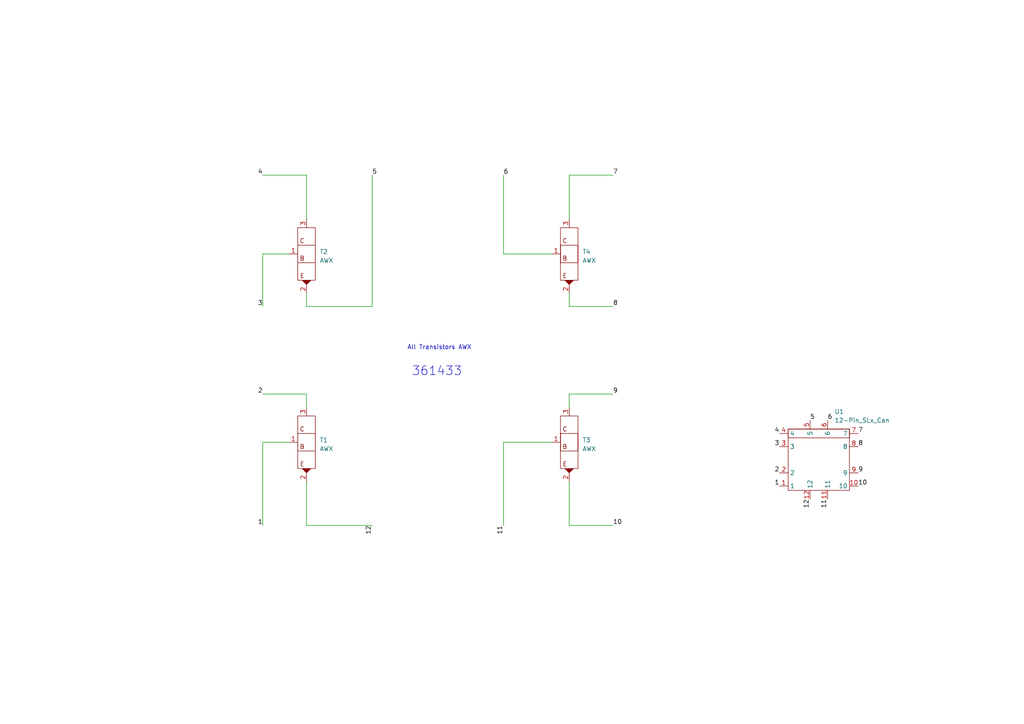
<source format=kicad_sch>
(kicad_sch (version 20211123) (generator eeschema)
  (paper "A4")
  (lib_symbols
    (symbol "IBM_SLT-SLD:12-Pin_SLx_Can"
      (property "Reference" "U" (at 0 -2.54 0))
      (property "Value" "12-Pin_SLx_Can" (at 0 0 0))
      (symbol "12-Pin_SLx_Can_0_1"
        (rectangle (start -8.89 8.89) (end 8.89 -8.89))
        (rectangle (start -8.89 8.89) (end 8.89 6.35))
      )
      (symbol "12-Pin_SLx_Can_1_1"
        (pin passive line (at -11.43 -7.62 0) (length 2.54) (name "1") (number "1"))
        (pin passive line (at 11.43 -7.62 180) (length 2.54) (name "10") (number "10"))
        (pin passive line (at 2.54 -11.43 90) (length 2.54) (name "11") (number "11"))
        (pin passive line (at -2.54 -11.43 90) (length 2.54) (name "12") (number "12"))
        (pin passive line (at -11.43 -3.81 0) (length 2.54) (name "2") (number "2"))
        (pin passive line (at -11.43 3.81 0) (length 2.54) (name "3") (number "3"))
        (pin passive line (at -11.43 7.62 0) (length 2.54) (name "4") (number "4"))
        (pin passive line (at -2.54 11.43 270) (length 2.54) (name "5") (number "5"))
        (pin passive line (at 2.54 11.43 270) (length 2.54) (name "6") (number "6"))
        (pin passive line (at 11.43 7.62 180) (length 2.54) (name "7") (number "7"))
        (pin passive line (at 11.43 3.81 180) (length 2.54) (name "8") (number "8"))
        (pin passive line (at 11.43 -3.81 180) (length 2.54) (name "9") (number "9"))
      )
    )
    (symbol "IBM_SLT-SLD:IBM_Transistor"
      (property "Reference" "T" (at 0 5.08 0))
      (property "Value" "IBM_Transistor" (at 7.62 8.89 0))
      (symbol "IBM_Transistor_0_0"
        (text "B" (at -1.27 -1.27 0) (effects (font (size 1.27 1.27))))
        (text "C" (at -1.27 3.81 0) (effects (font (size 1.27 1.27))))
        (text "E" (at -1.27 -6.35 0) (effects (font (size 1.27 1.27))))
      )
      (symbol "IBM_Transistor_0_1"
        (rectangle (start -2.54 2.54) (end 2.54 -2.54))
        (rectangle (start -2.54 7.62) (end 2.54 -7.62))
        (polyline (pts (xy -1.27 -7.62) (xy 0 -8.89) (xy 1.27 -7.62)) (fill (type outline)))
      )
      (symbol "IBM_Transistor_1_1"
        (pin passive line (at -5.08 0 0) (length 2.54) (name "B") (number "1"))
        (pin passive line (at 0 -11.43 90) (length 2.54) (name "E") (number "2"))
        (pin passive line (at 0 10.16 270) (length 2.54) (name "C") (number "3"))
      )
    )
  )
  (wire (pts (xy 76.2 114.3) (xy 88.9 114.3)))
  (wire (pts (xy 165.1 63.5) (xy 165.1 50.8)))
  (wire (pts (xy 165.1 50.8) (xy 177.8 50.8)))
  (wire (pts (xy 88.9 114.3) (xy 88.9 118.11)))
  (wire (pts (xy 165.1 88.9) (xy 177.8 88.9)))
  (wire (pts (xy 165.1 118.11) (xy 165.1 114.3)))
  (wire (pts (xy 88.9 88.9) (xy 107.95 88.9)))
  (wire (pts (xy 83.82 73.66) (xy 76.2 73.66)))
  (wire (pts (xy 160.02 128.27) (xy 146.05 128.27)))
  (wire (pts (xy 146.05 128.27) (xy 146.05 152.4)))
  (wire (pts (xy 165.1 114.3) (xy 177.8 114.3)))
  (wire (pts (xy 76.2 152.4) (xy 76.2 128.27)))
  (wire (pts (xy 107.95 88.9) (xy 107.95 50.8)))
  (wire (pts (xy 88.9 85.09) (xy 88.9 88.9)))
  (wire (pts (xy 88.9 152.4) (xy 107.95 152.4)))
  (wire (pts (xy 165.1 152.4) (xy 177.8 152.4)))
  (wire (pts (xy 76.2 73.66) (xy 76.2 88.9)))
  (wire (pts (xy 88.9 50.8) (xy 76.2 50.8)))
  (wire (pts (xy 160.02 73.66) (xy 146.05 73.66)))
  (wire (pts (xy 76.2 128.27) (xy 83.82 128.27)))
  (wire (pts (xy 88.9 63.5) (xy 88.9 50.8)))
  (wire (pts (xy 165.1 85.09) (xy 165.1 88.9)))
  (wire (pts (xy 88.9 139.7) (xy 88.9 152.4)))
  (wire (pts (xy 165.1 139.7) (xy 165.1 152.4)))
  (wire (pts (xy 146.05 73.66) (xy 146.05 50.8)))
  (text "361433" (at 119.38 109.22 0) (effects (font (size 2.54 2.54)) (justify left bottom)))
  (text "All Transistors AWX" (at 118.11 101.6 0) (effects (font (size 1.27 1.27)) (justify left bottom)))
  (label "9" (at 248.92 137.16 0))
  (label "12" (at 107.95 152.4 270))
  (label "7" (at 248.92 125.73 0))
  (label "3" (at 76.2 88.9 180))
  (label "4" (at 76.2 50.8 180))
  (label "5" (at 107.95 50.8 0))
  (label "2" (at 76.2 114.3 180))
  (label "5" (at 234.95 121.92 0))
  (label "11" (at 240.03 144.78 270))
  (label "6" (at 146.05 50.8 0))
  (label "1" (at 76.2 152.4 180))
  (label "8" (at 177.8 88.9 0))
  (label "4" (at 226.06 125.73 180))
  (label "10" (at 248.92 140.97 0))
  (label "3" (at 226.06 129.54 180))
  (label "11" (at 146.05 152.4 270))
  (label "8" (at 248.92 129.54 0))
  (label "1" (at 226.06 140.97 180))
  (label "10" (at 177.8 152.4 0))
  (label "12" (at 234.95 144.78 270))
  (label "7" (at 177.8 50.8 0))
  (label "2" (at 226.06 137.16 180))
  (label "6" (at 240.03 121.92 0))
  (label "9" (at 177.8 114.3 0))
  (symbol (lib_id "IBM_SLT-SLD:IBM_Transistor") (at 88.9 128.27 0) (unit 1)
    (property "Reference" "T1" (at 92.71 127.6349 0) (effects (justify left)))
    (property "Value" "AWX" (at 92.71 130.1749 0) (effects (justify left)))
  )
  (symbol (lib_id "IBM_SLT-SLD:IBM_Transistor") (at 165.1 128.27 0) (unit 1)
    (property "Reference" "T3" (at 168.91 127.6349 0) (effects (justify left)))
    (property "Value" "AWX" (at 168.91 130.1749 0) (effects (justify left)))
  )
  (symbol (lib_id "IBM_SLT-SLD:12-Pin_SLx_Can") (at 237.49 133.35 0) (unit 1)
    (property "Reference" "U1" (at 242.0494 119.38 0) (effects (justify left)))
    (property "Value" "12-Pin_SLx_Can" (at 242.0494 121.92 0) (effects (justify left)))
    (property "Footprint" "IBM_SLT-SLD:12-Pin_SLx_Can" (effects hide))
  )
  (symbol (lib_id "IBM_SLT-SLD:IBM_Transistor") (at 88.9 73.66 0) (unit 1)
    (property "Reference" "T2" (at 92.71 73.0249 0) (effects (justify left)))
    (property "Value" "AWX" (at 92.71 75.5649 0) (effects (justify left)))
  )
  (symbol (lib_id "IBM_SLT-SLD:IBM_Transistor") (at 165.1 73.66 0) (unit 1)
    (property "Reference" "T4" (at 168.91 73.0249 0) (effects (justify left)))
    (property "Value" "AWX" (at 168.91 75.5649 0) (effects (justify left)))
  )
)
</source>
